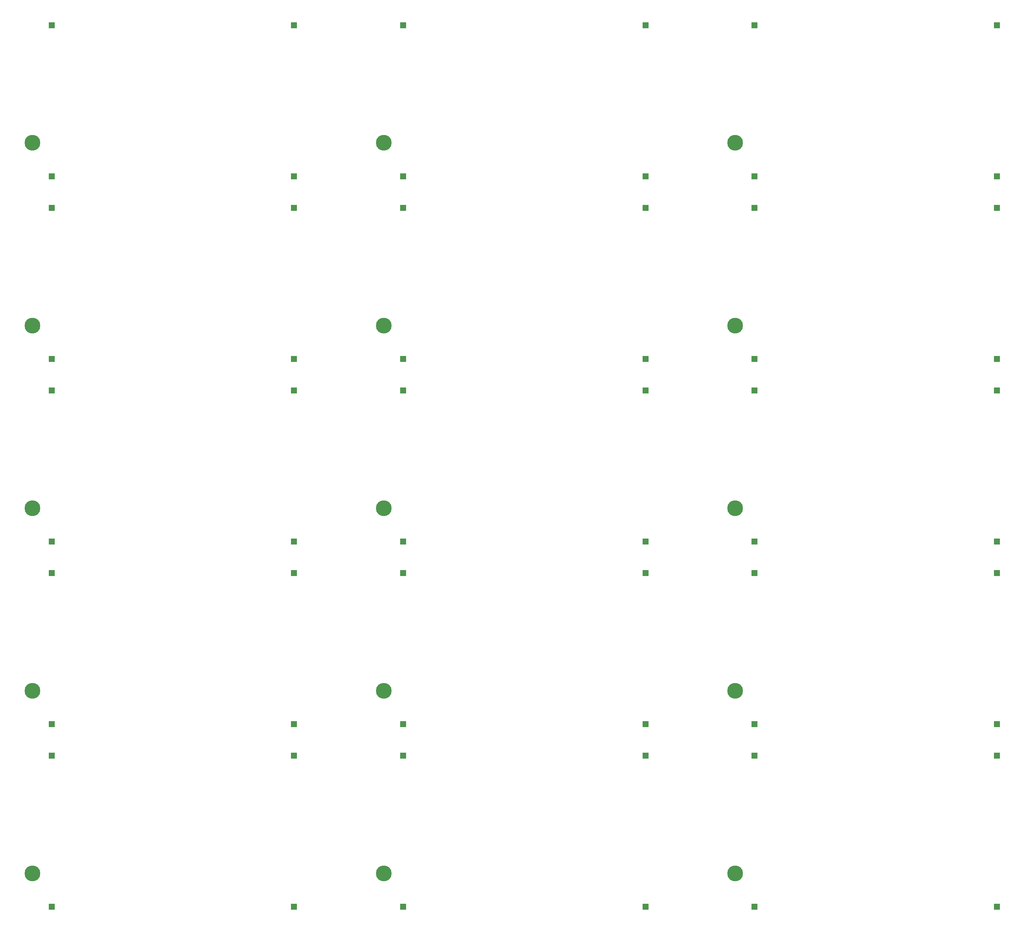
<source format=gbl>
%TF.GenerationSoftware,KiCad,Pcbnew,7.0.1-3b83917a11~171~ubuntu20.04.1*%
%TF.CreationDate,2023-10-26T02:19:51+02:00*%
%TF.ProjectId,panel_top,70616e65-6c5f-4746-9f70-2e6b69636164,rev?*%
%TF.SameCoordinates,Original*%
%TF.FileFunction,Copper,L2,Bot*%
%TF.FilePolarity,Positive*%
%FSLAX46Y46*%
G04 Gerber Fmt 4.6, Leading zero omitted, Abs format (unit mm)*
G04 Created by KiCad (PCBNEW 7.0.1-3b83917a11~171~ubuntu20.04.1) date 2023-10-26 02:19:51*
%MOMM*%
%LPD*%
G01*
G04 APERTURE LIST*
%TA.AperFunction,ComponentPad*%
%ADD10R,1.700000X1.700000*%
%TD*%
%TA.AperFunction,ViaPad*%
%ADD11C,4.500000*%
%TD*%
G04 APERTURE END LIST*
D10*
%TO.P,J7,1,Pin_1*%
%TO.N,N/C*%
X182200000Y-75700000D03*
%TD*%
%TO.P,J7,1,Pin_1*%
%TO.N,N/C*%
X282200000Y-75700000D03*
%TD*%
%TO.P,J7,1,Pin_1*%
%TO.N,N/C*%
X82200000Y-127700000D03*
%TD*%
%TO.P,J7,1,Pin_1*%
%TO.N,N/C*%
X182200000Y-23700000D03*
%TD*%
%TO.P,J7,1,Pin_1*%
%TO.N,N/C*%
X282200000Y-23700000D03*
%TD*%
%TO.P,J7,1,Pin_1*%
%TO.N,N/C*%
X82200000Y-75700000D03*
%TD*%
%TO.P,J7,1,Pin_1*%
%TO.N,N/C*%
X82200000Y-23700000D03*
%TD*%
%TO.P,J7,1,Pin_1*%
%TO.N,N/C*%
X182200000Y-179700000D03*
%TD*%
%TO.P,J7,1,Pin_1*%
%TO.N,N/C*%
X282200000Y-179700000D03*
%TD*%
%TO.P,J7,1,Pin_1*%
%TO.N,N/C*%
X82200000Y-231700000D03*
%TD*%
%TO.P,J7,1,Pin_1*%
%TO.N,N/C*%
X182200000Y-231700000D03*
%TD*%
%TO.P,J7,1,Pin_1*%
%TO.N,N/C*%
X282200000Y-231700000D03*
%TD*%
%TO.P,J7,1,Pin_1*%
%TO.N,N/C*%
X182200000Y-127700000D03*
%TD*%
%TO.P,J7,1,Pin_1*%
%TO.N,N/C*%
X282200000Y-127700000D03*
%TD*%
%TO.P,J7,1,Pin_1*%
%TO.N,N/C*%
X82200000Y-179700000D03*
%TD*%
%TO.P,J5,1,Pin_1*%
%TO.N,N/C*%
X182200000Y-66700000D03*
%TD*%
%TO.P,J5,1,Pin_1*%
%TO.N,N/C*%
X282200000Y-66700000D03*
%TD*%
%TO.P,J5,1,Pin_1*%
%TO.N,N/C*%
X82200000Y-118700000D03*
%TD*%
%TO.P,J5,1,Pin_1*%
%TO.N,N/C*%
X182200000Y-118700000D03*
%TD*%
%TO.P,J5,1,Pin_1*%
%TO.N,N/C*%
X282200000Y-118700000D03*
%TD*%
%TO.P,J5,1,Pin_1*%
%TO.N,N/C*%
X82200000Y-170700000D03*
%TD*%
%TO.P,J5,1,Pin_1*%
%TO.N,N/C*%
X182200000Y-170700000D03*
%TD*%
%TO.P,J5,1,Pin_1*%
%TO.N,N/C*%
X282200000Y-170700000D03*
%TD*%
%TO.P,J5,1,Pin_1*%
%TO.N,N/C*%
X82200000Y-222700000D03*
%TD*%
%TO.P,J5,1,Pin_1*%
%TO.N,N/C*%
X182200000Y-222700000D03*
%TD*%
%TO.P,J5,1,Pin_1*%
%TO.N,N/C*%
X282200000Y-222700000D03*
%TD*%
%TO.P,J5,1,Pin_1*%
%TO.N,N/C*%
X82200000Y-274700000D03*
%TD*%
%TO.P,J5,1,Pin_1*%
%TO.N,N/C*%
X182200000Y-274700000D03*
%TD*%
%TO.P,J5,1,Pin_1*%
%TO.N,N/C*%
X282200000Y-274700000D03*
%TD*%
%TO.P,J5,1,Pin_1*%
%TO.N,N/C*%
X82200000Y-66700000D03*
%TD*%
%TO.P,J2,1,Pin_1*%
%TO.N,N/C*%
X213200000Y-222700000D03*
%TD*%
%TO.P,J2,1,Pin_1*%
%TO.N,N/C*%
X13200000Y-118700000D03*
%TD*%
%TO.P,J2,1,Pin_1*%
%TO.N,N/C*%
X113200000Y-118700000D03*
%TD*%
%TO.P,J2,1,Pin_1*%
%TO.N,N/C*%
X213200000Y-118700000D03*
%TD*%
%TO.P,J2,1,Pin_1*%
%TO.N,N/C*%
X13200000Y-170700000D03*
%TD*%
%TO.P,J2,1,Pin_1*%
%TO.N,N/C*%
X113200000Y-170700000D03*
%TD*%
%TO.P,J2,1,Pin_1*%
%TO.N,N/C*%
X213200000Y-170700000D03*
%TD*%
%TO.P,J2,1,Pin_1*%
%TO.N,N/C*%
X13200000Y-222700000D03*
%TD*%
%TO.P,J2,1,Pin_1*%
%TO.N,N/C*%
X113200000Y-222700000D03*
%TD*%
%TO.P,J2,1,Pin_1*%
%TO.N,N/C*%
X13200000Y-274700000D03*
%TD*%
%TO.P,J2,1,Pin_1*%
%TO.N,N/C*%
X113200000Y-274700000D03*
%TD*%
%TO.P,J2,1,Pin_1*%
%TO.N,N/C*%
X213200000Y-274700000D03*
%TD*%
%TO.P,J2,1,Pin_1*%
%TO.N,N/C*%
X13200000Y-66700000D03*
%TD*%
%TO.P,J2,1,Pin_1*%
%TO.N,N/C*%
X113200000Y-66700000D03*
%TD*%
%TO.P,J2,1,Pin_1*%
%TO.N,N/C*%
X213200000Y-66700000D03*
%TD*%
%TO.P,J9,1,Pin_1*%
%TO.N,N/C*%
X13200000Y-23700000D03*
%TD*%
%TO.P,J9,1,Pin_1*%
%TO.N,N/C*%
X113200000Y-23700000D03*
%TD*%
%TO.P,J9,1,Pin_1*%
%TO.N,N/C*%
X213200000Y-23700000D03*
%TD*%
%TO.P,J9,1,Pin_1*%
%TO.N,N/C*%
X13200000Y-75700000D03*
%TD*%
%TO.P,J9,1,Pin_1*%
%TO.N,N/C*%
X113200000Y-75700000D03*
%TD*%
%TO.P,J9,1,Pin_1*%
%TO.N,N/C*%
X213200000Y-75700000D03*
%TD*%
%TO.P,J9,1,Pin_1*%
%TO.N,N/C*%
X13200000Y-127700000D03*
%TD*%
%TO.P,J9,1,Pin_1*%
%TO.N,N/C*%
X113200000Y-127700000D03*
%TD*%
%TO.P,J9,1,Pin_1*%
%TO.N,N/C*%
X213200000Y-127700000D03*
%TD*%
%TO.P,J9,1,Pin_1*%
%TO.N,N/C*%
X13200000Y-179700000D03*
%TD*%
%TO.P,J9,1,Pin_1*%
%TO.N,N/C*%
X113200000Y-179700000D03*
%TD*%
%TO.P,J9,1,Pin_1*%
%TO.N,N/C*%
X213200000Y-179700000D03*
%TD*%
%TO.P,J9,1,Pin_1*%
%TO.N,N/C*%
X13200000Y-231700000D03*
%TD*%
%TO.P,J9,1,Pin_1*%
%TO.N,N/C*%
X113200000Y-231700000D03*
%TD*%
%TO.P,J9,1,Pin_1*%
%TO.N,N/C*%
X213200000Y-231700000D03*
%TD*%
D11*
%TO.N,*%
X107700000Y-213200000D03*
X7700000Y-213200000D03*
X107700000Y-161200000D03*
X207700000Y-161200000D03*
X7700000Y-57200000D03*
X7700000Y-109200000D03*
X207700000Y-57200000D03*
X107700000Y-57200000D03*
X107700000Y-109200000D03*
X7700000Y-161200000D03*
X207700000Y-265200000D03*
X207700000Y-213200000D03*
X7700000Y-265200000D03*
X207700000Y-109200000D03*
X107700000Y-265200000D03*
%TD*%
M02*

</source>
